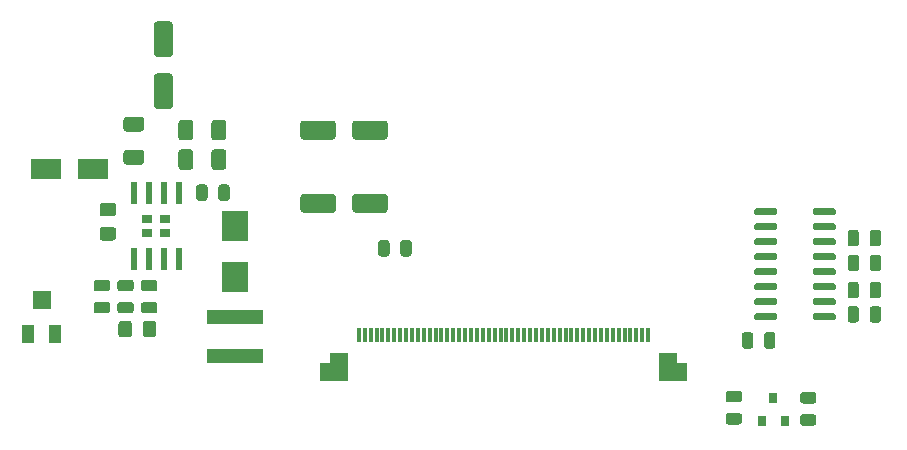
<source format=gtp>
G04 #@! TF.GenerationSoftware,KiCad,Pcbnew,5.1.8-5.1.8*
G04 #@! TF.CreationDate,2021-01-07T16:38:59+01:00*
G04 #@! TF.ProjectId,gpsdo-connector,67707364-6f2d-4636-9f6e-6e6563746f72,rev?*
G04 #@! TF.SameCoordinates,PX7ed6b40PY5742de0*
G04 #@! TF.FileFunction,Paste,Top*
G04 #@! TF.FilePolarity,Positive*
%FSLAX46Y46*%
G04 Gerber Fmt 4.6, Leading zero omitted, Abs format (unit mm)*
G04 Created by KiCad (PCBNEW 5.1.8-5.1.8) date 2021-01-07 16:38:59*
%MOMM*%
%LPD*%
G01*
G04 APERTURE LIST*
%ADD10R,2.500000X1.800000*%
%ADD11R,2.300000X2.500000*%
%ADD12R,2.400000X1.600000*%
%ADD13R,1.600000X2.400000*%
%ADD14R,0.300000X1.200000*%
%ADD15R,1.600000X1.600000*%
%ADD16R,1.100000X1.600000*%
%ADD17R,0.800000X0.900000*%
%ADD18R,0.930000X0.723000*%
%ADD19R,0.610000X1.910000*%
%ADD20R,4.700000X1.200000*%
G04 APERTURE END LIST*
G36*
G01*
X22850000Y-20256250D02*
X22850000Y-19343750D01*
G75*
G02*
X23093750Y-19100000I243750J0D01*
G01*
X23581250Y-19100000D01*
G75*
G02*
X23825000Y-19343750I0J-243750D01*
G01*
X23825000Y-20256250D01*
G75*
G02*
X23581250Y-20500000I-243750J0D01*
G01*
X23093750Y-20500000D01*
G75*
G02*
X22850000Y-20256250I0J243750D01*
G01*
G37*
G36*
G01*
X20975000Y-20256250D02*
X20975000Y-19343750D01*
G75*
G02*
X21218750Y-19100000I243750J0D01*
G01*
X21706250Y-19100000D01*
G75*
G02*
X21950000Y-19343750I0J-243750D01*
G01*
X21950000Y-20256250D01*
G75*
G02*
X21706250Y-20500000I-243750J0D01*
G01*
X21218750Y-20500000D01*
G75*
G02*
X20975000Y-20256250I0J243750D01*
G01*
G37*
D10*
X8250000Y-17750000D03*
X12250000Y-17750000D03*
G36*
G01*
X16325000Y-14625000D02*
X15075000Y-14625000D01*
G75*
G02*
X14825000Y-14375000I0J250000D01*
G01*
X14825000Y-13625000D01*
G75*
G02*
X15075000Y-13375000I250000J0D01*
G01*
X16325000Y-13375000D01*
G75*
G02*
X16575000Y-13625000I0J-250000D01*
G01*
X16575000Y-14375000D01*
G75*
G02*
X16325000Y-14625000I-250000J0D01*
G01*
G37*
G36*
G01*
X16325000Y-17425000D02*
X15075000Y-17425000D01*
G75*
G02*
X14825000Y-17175000I0J250000D01*
G01*
X14825000Y-16425000D01*
G75*
G02*
X15075000Y-16175000I250000J0D01*
G01*
X16325000Y-16175000D01*
G75*
G02*
X16575000Y-16425000I0J-250000D01*
G01*
X16575000Y-17175000D01*
G75*
G02*
X16325000Y-17425000I-250000J0D01*
G01*
G37*
G36*
G01*
X18750000Y-8300000D02*
X17650000Y-8300000D01*
G75*
G02*
X17400000Y-8050000I0J250000D01*
G01*
X17400000Y-5550000D01*
G75*
G02*
X17650000Y-5300000I250000J0D01*
G01*
X18750000Y-5300000D01*
G75*
G02*
X19000000Y-5550000I0J-250000D01*
G01*
X19000000Y-8050000D01*
G75*
G02*
X18750000Y-8300000I-250000J0D01*
G01*
G37*
G36*
G01*
X18750000Y-12700000D02*
X17650000Y-12700000D01*
G75*
G02*
X17400000Y-12450000I0J250000D01*
G01*
X17400000Y-9950000D01*
G75*
G02*
X17650000Y-9700000I250000J0D01*
G01*
X18750000Y-9700000D01*
G75*
G02*
X19000000Y-9950000I0J-250000D01*
G01*
X19000000Y-12450000D01*
G75*
G02*
X18750000Y-12700000I-250000J0D01*
G01*
G37*
D11*
X24250000Y-22600000D03*
X24250000Y-26900000D03*
G36*
G01*
X66956250Y-37550000D02*
X66043750Y-37550000D01*
G75*
G02*
X65800000Y-37306250I0J243750D01*
G01*
X65800000Y-36818750D01*
G75*
G02*
X66043750Y-36575000I243750J0D01*
G01*
X66956250Y-36575000D01*
G75*
G02*
X67200000Y-36818750I0J-243750D01*
G01*
X67200000Y-37306250D01*
G75*
G02*
X66956250Y-37550000I-243750J0D01*
G01*
G37*
G36*
G01*
X66956250Y-39425000D02*
X66043750Y-39425000D01*
G75*
G02*
X65800000Y-39181250I0J243750D01*
G01*
X65800000Y-38693750D01*
G75*
G02*
X66043750Y-38450000I243750J0D01*
G01*
X66956250Y-38450000D01*
G75*
G02*
X67200000Y-38693750I0J-243750D01*
G01*
X67200000Y-39181250D01*
G75*
G02*
X66956250Y-39425000I-243750J0D01*
G01*
G37*
D12*
X61350000Y-34950000D03*
X32650000Y-34950000D03*
D13*
X60950000Y-34550000D03*
X33050000Y-34550000D03*
D14*
X59250000Y-31850000D03*
X58750000Y-31850000D03*
X58250000Y-31850000D03*
X57750000Y-31850000D03*
X57250000Y-31850000D03*
X56750000Y-31850000D03*
X56250000Y-31850000D03*
X55750000Y-31850000D03*
X55250000Y-31850000D03*
X54750000Y-31850000D03*
X54250000Y-31850000D03*
X53750000Y-31850000D03*
X53250000Y-31850000D03*
X52750000Y-31850000D03*
X52250000Y-31850000D03*
X51750000Y-31850000D03*
X51250000Y-31850000D03*
X50750000Y-31850000D03*
X50250000Y-31850000D03*
X49750000Y-31850000D03*
X49250000Y-31850000D03*
X48750000Y-31850000D03*
X48250000Y-31850000D03*
X47750000Y-31850000D03*
X47250000Y-31850000D03*
X46750000Y-31850000D03*
X46250000Y-31850000D03*
X45750000Y-31850000D03*
X45250000Y-31850000D03*
X44750000Y-31850000D03*
X44250000Y-31850000D03*
X43750000Y-31850000D03*
X43250000Y-31850000D03*
X42750000Y-31850000D03*
X42250000Y-31850000D03*
X41750000Y-31850000D03*
X41250000Y-31850000D03*
X40750000Y-31850000D03*
X40250000Y-31850000D03*
X39750000Y-31850000D03*
X39250000Y-31850000D03*
X38750000Y-31850000D03*
X38250000Y-31850000D03*
X37750000Y-31850000D03*
X37250000Y-31850000D03*
X36750000Y-31850000D03*
X36250000Y-31850000D03*
X35750000Y-31850000D03*
X35250000Y-31850000D03*
X34750000Y-31850000D03*
G36*
G01*
X69050000Y-32756250D02*
X69050000Y-31843750D01*
G75*
G02*
X69293750Y-31600000I243750J0D01*
G01*
X69781250Y-31600000D01*
G75*
G02*
X70025000Y-31843750I0J-243750D01*
G01*
X70025000Y-32756250D01*
G75*
G02*
X69781250Y-33000000I-243750J0D01*
G01*
X69293750Y-33000000D01*
G75*
G02*
X69050000Y-32756250I0J243750D01*
G01*
G37*
G36*
G01*
X67175000Y-32756250D02*
X67175000Y-31843750D01*
G75*
G02*
X67418750Y-31600000I243750J0D01*
G01*
X67906250Y-31600000D01*
G75*
G02*
X68150000Y-31843750I0J-243750D01*
G01*
X68150000Y-32756250D01*
G75*
G02*
X67906250Y-33000000I-243750J0D01*
G01*
X67418750Y-33000000D01*
G75*
G02*
X67175000Y-32756250I0J243750D01*
G01*
G37*
D15*
X7900000Y-28900000D03*
D16*
X6750000Y-31800000D03*
X9050000Y-31800000D03*
D17*
X69850000Y-37150000D03*
X70800000Y-39150000D03*
X68900000Y-39150000D03*
G36*
G01*
X70180000Y-30145000D02*
X70180000Y-30445000D01*
G75*
G02*
X70030000Y-30595000I-150000J0D01*
G01*
X68380000Y-30595000D01*
G75*
G02*
X68230000Y-30445000I0J150000D01*
G01*
X68230000Y-30145000D01*
G75*
G02*
X68380000Y-29995000I150000J0D01*
G01*
X70030000Y-29995000D01*
G75*
G02*
X70180000Y-30145000I0J-150000D01*
G01*
G37*
G36*
G01*
X70180000Y-28875000D02*
X70180000Y-29175000D01*
G75*
G02*
X70030000Y-29325000I-150000J0D01*
G01*
X68380000Y-29325000D01*
G75*
G02*
X68230000Y-29175000I0J150000D01*
G01*
X68230000Y-28875000D01*
G75*
G02*
X68380000Y-28725000I150000J0D01*
G01*
X70030000Y-28725000D01*
G75*
G02*
X70180000Y-28875000I0J-150000D01*
G01*
G37*
G36*
G01*
X70180000Y-27605000D02*
X70180000Y-27905000D01*
G75*
G02*
X70030000Y-28055000I-150000J0D01*
G01*
X68380000Y-28055000D01*
G75*
G02*
X68230000Y-27905000I0J150000D01*
G01*
X68230000Y-27605000D01*
G75*
G02*
X68380000Y-27455000I150000J0D01*
G01*
X70030000Y-27455000D01*
G75*
G02*
X70180000Y-27605000I0J-150000D01*
G01*
G37*
G36*
G01*
X70180000Y-26335000D02*
X70180000Y-26635000D01*
G75*
G02*
X70030000Y-26785000I-150000J0D01*
G01*
X68380000Y-26785000D01*
G75*
G02*
X68230000Y-26635000I0J150000D01*
G01*
X68230000Y-26335000D01*
G75*
G02*
X68380000Y-26185000I150000J0D01*
G01*
X70030000Y-26185000D01*
G75*
G02*
X70180000Y-26335000I0J-150000D01*
G01*
G37*
G36*
G01*
X70180000Y-25065000D02*
X70180000Y-25365000D01*
G75*
G02*
X70030000Y-25515000I-150000J0D01*
G01*
X68380000Y-25515000D01*
G75*
G02*
X68230000Y-25365000I0J150000D01*
G01*
X68230000Y-25065000D01*
G75*
G02*
X68380000Y-24915000I150000J0D01*
G01*
X70030000Y-24915000D01*
G75*
G02*
X70180000Y-25065000I0J-150000D01*
G01*
G37*
G36*
G01*
X70180000Y-23795000D02*
X70180000Y-24095000D01*
G75*
G02*
X70030000Y-24245000I-150000J0D01*
G01*
X68380000Y-24245000D01*
G75*
G02*
X68230000Y-24095000I0J150000D01*
G01*
X68230000Y-23795000D01*
G75*
G02*
X68380000Y-23645000I150000J0D01*
G01*
X70030000Y-23645000D01*
G75*
G02*
X70180000Y-23795000I0J-150000D01*
G01*
G37*
G36*
G01*
X70180000Y-22525000D02*
X70180000Y-22825000D01*
G75*
G02*
X70030000Y-22975000I-150000J0D01*
G01*
X68380000Y-22975000D01*
G75*
G02*
X68230000Y-22825000I0J150000D01*
G01*
X68230000Y-22525000D01*
G75*
G02*
X68380000Y-22375000I150000J0D01*
G01*
X70030000Y-22375000D01*
G75*
G02*
X70180000Y-22525000I0J-150000D01*
G01*
G37*
G36*
G01*
X70180000Y-21255000D02*
X70180000Y-21555000D01*
G75*
G02*
X70030000Y-21705000I-150000J0D01*
G01*
X68380000Y-21705000D01*
G75*
G02*
X68230000Y-21555000I0J150000D01*
G01*
X68230000Y-21255000D01*
G75*
G02*
X68380000Y-21105000I150000J0D01*
G01*
X70030000Y-21105000D01*
G75*
G02*
X70180000Y-21255000I0J-150000D01*
G01*
G37*
G36*
G01*
X75130000Y-21255000D02*
X75130000Y-21555000D01*
G75*
G02*
X74980000Y-21705000I-150000J0D01*
G01*
X73330000Y-21705000D01*
G75*
G02*
X73180000Y-21555000I0J150000D01*
G01*
X73180000Y-21255000D01*
G75*
G02*
X73330000Y-21105000I150000J0D01*
G01*
X74980000Y-21105000D01*
G75*
G02*
X75130000Y-21255000I0J-150000D01*
G01*
G37*
G36*
G01*
X75130000Y-22525000D02*
X75130000Y-22825000D01*
G75*
G02*
X74980000Y-22975000I-150000J0D01*
G01*
X73330000Y-22975000D01*
G75*
G02*
X73180000Y-22825000I0J150000D01*
G01*
X73180000Y-22525000D01*
G75*
G02*
X73330000Y-22375000I150000J0D01*
G01*
X74980000Y-22375000D01*
G75*
G02*
X75130000Y-22525000I0J-150000D01*
G01*
G37*
G36*
G01*
X75130000Y-23795000D02*
X75130000Y-24095000D01*
G75*
G02*
X74980000Y-24245000I-150000J0D01*
G01*
X73330000Y-24245000D01*
G75*
G02*
X73180000Y-24095000I0J150000D01*
G01*
X73180000Y-23795000D01*
G75*
G02*
X73330000Y-23645000I150000J0D01*
G01*
X74980000Y-23645000D01*
G75*
G02*
X75130000Y-23795000I0J-150000D01*
G01*
G37*
G36*
G01*
X75130000Y-25065000D02*
X75130000Y-25365000D01*
G75*
G02*
X74980000Y-25515000I-150000J0D01*
G01*
X73330000Y-25515000D01*
G75*
G02*
X73180000Y-25365000I0J150000D01*
G01*
X73180000Y-25065000D01*
G75*
G02*
X73330000Y-24915000I150000J0D01*
G01*
X74980000Y-24915000D01*
G75*
G02*
X75130000Y-25065000I0J-150000D01*
G01*
G37*
G36*
G01*
X75130000Y-26335000D02*
X75130000Y-26635000D01*
G75*
G02*
X74980000Y-26785000I-150000J0D01*
G01*
X73330000Y-26785000D01*
G75*
G02*
X73180000Y-26635000I0J150000D01*
G01*
X73180000Y-26335000D01*
G75*
G02*
X73330000Y-26185000I150000J0D01*
G01*
X74980000Y-26185000D01*
G75*
G02*
X75130000Y-26335000I0J-150000D01*
G01*
G37*
G36*
G01*
X75130000Y-27605000D02*
X75130000Y-27905000D01*
G75*
G02*
X74980000Y-28055000I-150000J0D01*
G01*
X73330000Y-28055000D01*
G75*
G02*
X73180000Y-27905000I0J150000D01*
G01*
X73180000Y-27605000D01*
G75*
G02*
X73330000Y-27455000I150000J0D01*
G01*
X74980000Y-27455000D01*
G75*
G02*
X75130000Y-27605000I0J-150000D01*
G01*
G37*
G36*
G01*
X75130000Y-28875000D02*
X75130000Y-29175000D01*
G75*
G02*
X74980000Y-29325000I-150000J0D01*
G01*
X73330000Y-29325000D01*
G75*
G02*
X73180000Y-29175000I0J150000D01*
G01*
X73180000Y-28875000D01*
G75*
G02*
X73330000Y-28725000I150000J0D01*
G01*
X74980000Y-28725000D01*
G75*
G02*
X75130000Y-28875000I0J-150000D01*
G01*
G37*
G36*
G01*
X75130000Y-30145000D02*
X75130000Y-30445000D01*
G75*
G02*
X74980000Y-30595000I-150000J0D01*
G01*
X73330000Y-30595000D01*
G75*
G02*
X73180000Y-30445000I0J150000D01*
G01*
X73180000Y-30145000D01*
G75*
G02*
X73330000Y-29995000I150000J0D01*
G01*
X74980000Y-29995000D01*
G75*
G02*
X75130000Y-30145000I0J-150000D01*
G01*
G37*
G36*
G01*
X78000000Y-24106250D02*
X78000000Y-23193750D01*
G75*
G02*
X78243750Y-22950000I243750J0D01*
G01*
X78731250Y-22950000D01*
G75*
G02*
X78975000Y-23193750I0J-243750D01*
G01*
X78975000Y-24106250D01*
G75*
G02*
X78731250Y-24350000I-243750J0D01*
G01*
X78243750Y-24350000D01*
G75*
G02*
X78000000Y-24106250I0J243750D01*
G01*
G37*
G36*
G01*
X76125000Y-24106250D02*
X76125000Y-23193750D01*
G75*
G02*
X76368750Y-22950000I243750J0D01*
G01*
X76856250Y-22950000D01*
G75*
G02*
X77100000Y-23193750I0J-243750D01*
G01*
X77100000Y-24106250D01*
G75*
G02*
X76856250Y-24350000I-243750J0D01*
G01*
X76368750Y-24350000D01*
G75*
G02*
X76125000Y-24106250I0J243750D01*
G01*
G37*
G36*
G01*
X78000000Y-28506250D02*
X78000000Y-27593750D01*
G75*
G02*
X78243750Y-27350000I243750J0D01*
G01*
X78731250Y-27350000D01*
G75*
G02*
X78975000Y-27593750I0J-243750D01*
G01*
X78975000Y-28506250D01*
G75*
G02*
X78731250Y-28750000I-243750J0D01*
G01*
X78243750Y-28750000D01*
G75*
G02*
X78000000Y-28506250I0J243750D01*
G01*
G37*
G36*
G01*
X76125000Y-28506250D02*
X76125000Y-27593750D01*
G75*
G02*
X76368750Y-27350000I243750J0D01*
G01*
X76856250Y-27350000D01*
G75*
G02*
X77100000Y-27593750I0J-243750D01*
G01*
X77100000Y-28506250D01*
G75*
G02*
X76856250Y-28750000I-243750J0D01*
G01*
X76368750Y-28750000D01*
G75*
G02*
X76125000Y-28506250I0J243750D01*
G01*
G37*
G36*
G01*
X77100000Y-25293750D02*
X77100000Y-26206250D01*
G75*
G02*
X76856250Y-26450000I-243750J0D01*
G01*
X76368750Y-26450000D01*
G75*
G02*
X76125000Y-26206250I0J243750D01*
G01*
X76125000Y-25293750D01*
G75*
G02*
X76368750Y-25050000I243750J0D01*
G01*
X76856250Y-25050000D01*
G75*
G02*
X77100000Y-25293750I0J-243750D01*
G01*
G37*
G36*
G01*
X78975000Y-25293750D02*
X78975000Y-26206250D01*
G75*
G02*
X78731250Y-26450000I-243750J0D01*
G01*
X78243750Y-26450000D01*
G75*
G02*
X78000000Y-26206250I0J243750D01*
G01*
X78000000Y-25293750D01*
G75*
G02*
X78243750Y-25050000I243750J0D01*
G01*
X78731250Y-25050000D01*
G75*
G02*
X78975000Y-25293750I0J-243750D01*
G01*
G37*
G36*
G01*
X78000000Y-30556250D02*
X78000000Y-29643750D01*
G75*
G02*
X78243750Y-29400000I243750J0D01*
G01*
X78731250Y-29400000D01*
G75*
G02*
X78975000Y-29643750I0J-243750D01*
G01*
X78975000Y-30556250D01*
G75*
G02*
X78731250Y-30800000I-243750J0D01*
G01*
X78243750Y-30800000D01*
G75*
G02*
X78000000Y-30556250I0J243750D01*
G01*
G37*
G36*
G01*
X76125000Y-30556250D02*
X76125000Y-29643750D01*
G75*
G02*
X76368750Y-29400000I243750J0D01*
G01*
X76856250Y-29400000D01*
G75*
G02*
X77100000Y-29643750I0J-243750D01*
G01*
X77100000Y-30556250D01*
G75*
G02*
X76856250Y-30800000I-243750J0D01*
G01*
X76368750Y-30800000D01*
G75*
G02*
X76125000Y-30556250I0J243750D01*
G01*
G37*
G36*
G01*
X72343750Y-38550001D02*
X73256250Y-38550001D01*
G75*
G02*
X73500000Y-38793751I0J-243750D01*
G01*
X73500000Y-39281251D01*
G75*
G02*
X73256250Y-39525001I-243750J0D01*
G01*
X72343750Y-39525001D01*
G75*
G02*
X72100000Y-39281251I0J243750D01*
G01*
X72100000Y-38793751D01*
G75*
G02*
X72343750Y-38550001I243750J0D01*
G01*
G37*
G36*
G01*
X72343750Y-36675001D02*
X73256250Y-36675001D01*
G75*
G02*
X73500000Y-36918751I0J-243750D01*
G01*
X73500000Y-37406251D01*
G75*
G02*
X73256250Y-37650001I-243750J0D01*
G01*
X72343750Y-37650001D01*
G75*
G02*
X72100000Y-37406251I0J243750D01*
G01*
X72100000Y-36918751D01*
G75*
G02*
X72343750Y-36675001I243750J0D01*
G01*
G37*
G36*
G01*
X12543750Y-29050000D02*
X13456250Y-29050000D01*
G75*
G02*
X13700000Y-29293750I0J-243750D01*
G01*
X13700000Y-29781250D01*
G75*
G02*
X13456250Y-30025000I-243750J0D01*
G01*
X12543750Y-30025000D01*
G75*
G02*
X12300000Y-29781250I0J243750D01*
G01*
X12300000Y-29293750D01*
G75*
G02*
X12543750Y-29050000I243750J0D01*
G01*
G37*
G36*
G01*
X12543750Y-27175000D02*
X13456250Y-27175000D01*
G75*
G02*
X13700000Y-27418750I0J-243750D01*
G01*
X13700000Y-27906250D01*
G75*
G02*
X13456250Y-28150000I-243750J0D01*
G01*
X12543750Y-28150000D01*
G75*
G02*
X12300000Y-27906250I0J243750D01*
G01*
X12300000Y-27418750D01*
G75*
G02*
X12543750Y-27175000I243750J0D01*
G01*
G37*
G36*
G01*
X14543750Y-29050000D02*
X15456250Y-29050000D01*
G75*
G02*
X15700000Y-29293750I0J-243750D01*
G01*
X15700000Y-29781250D01*
G75*
G02*
X15456250Y-30025000I-243750J0D01*
G01*
X14543750Y-30025000D01*
G75*
G02*
X14300000Y-29781250I0J243750D01*
G01*
X14300000Y-29293750D01*
G75*
G02*
X14543750Y-29050000I243750J0D01*
G01*
G37*
G36*
G01*
X14543750Y-27175000D02*
X15456250Y-27175000D01*
G75*
G02*
X15700000Y-27418750I0J-243750D01*
G01*
X15700000Y-27906250D01*
G75*
G02*
X15456250Y-28150000I-243750J0D01*
G01*
X14543750Y-28150000D01*
G75*
G02*
X14300000Y-27906250I0J243750D01*
G01*
X14300000Y-27418750D01*
G75*
G02*
X14543750Y-27175000I243750J0D01*
G01*
G37*
D18*
X18375000Y-21997500D03*
X16825000Y-21997500D03*
X18375000Y-23202500D03*
X16825000Y-23202500D03*
D19*
X19505000Y-25380000D03*
X18235000Y-25380000D03*
X16965000Y-25380000D03*
X15695000Y-25380000D03*
X15695000Y-19820000D03*
X16965000Y-19820000D03*
X18235000Y-19820000D03*
X19505000Y-19820000D03*
G36*
G01*
X16450000Y-31800001D02*
X16450000Y-30899999D01*
G75*
G02*
X16699999Y-30650000I249999J0D01*
G01*
X17350001Y-30650000D01*
G75*
G02*
X17600000Y-30899999I0J-249999D01*
G01*
X17600000Y-31800001D01*
G75*
G02*
X17350001Y-32050000I-249999J0D01*
G01*
X16699999Y-32050000D01*
G75*
G02*
X16450000Y-31800001I0J249999D01*
G01*
G37*
G36*
G01*
X14400000Y-31800001D02*
X14400000Y-30899999D01*
G75*
G02*
X14649999Y-30650000I249999J0D01*
G01*
X15300001Y-30650000D01*
G75*
G02*
X15550000Y-30899999I0J-249999D01*
G01*
X15550000Y-31800001D01*
G75*
G02*
X15300001Y-32050000I-249999J0D01*
G01*
X14649999Y-32050000D01*
G75*
G02*
X14400000Y-31800001I0J249999D01*
G01*
G37*
G36*
G01*
X13049999Y-22700000D02*
X13950001Y-22700000D01*
G75*
G02*
X14200000Y-22949999I0J-249999D01*
G01*
X14200000Y-23600001D01*
G75*
G02*
X13950001Y-23850000I-249999J0D01*
G01*
X13049999Y-23850000D01*
G75*
G02*
X12800000Y-23600001I0J249999D01*
G01*
X12800000Y-22949999D01*
G75*
G02*
X13049999Y-22700000I249999J0D01*
G01*
G37*
G36*
G01*
X13049999Y-20650000D02*
X13950001Y-20650000D01*
G75*
G02*
X14200000Y-20899999I0J-249999D01*
G01*
X14200000Y-21550001D01*
G75*
G02*
X13950001Y-21800000I-249999J0D01*
G01*
X13049999Y-21800000D01*
G75*
G02*
X12800000Y-21550001I0J249999D01*
G01*
X12800000Y-20899999D01*
G75*
G02*
X13049999Y-20650000I249999J0D01*
G01*
G37*
D20*
X24250000Y-33655000D03*
X24250000Y-30345000D03*
G36*
G01*
X16543750Y-29050000D02*
X17456250Y-29050000D01*
G75*
G02*
X17700000Y-29293750I0J-243750D01*
G01*
X17700000Y-29781250D01*
G75*
G02*
X17456250Y-30025000I-243750J0D01*
G01*
X16543750Y-30025000D01*
G75*
G02*
X16300000Y-29781250I0J243750D01*
G01*
X16300000Y-29293750D01*
G75*
G02*
X16543750Y-29050000I243750J0D01*
G01*
G37*
G36*
G01*
X16543750Y-27175000D02*
X17456250Y-27175000D01*
G75*
G02*
X17700000Y-27418750I0J-243750D01*
G01*
X17700000Y-27906250D01*
G75*
G02*
X17456250Y-28150000I-243750J0D01*
G01*
X16543750Y-28150000D01*
G75*
G02*
X16300000Y-27906250I0J243750D01*
G01*
X16300000Y-27418750D01*
G75*
G02*
X16543750Y-27175000I243750J0D01*
G01*
G37*
G36*
G01*
X38250000Y-24956250D02*
X38250000Y-24043750D01*
G75*
G02*
X38493750Y-23800000I243750J0D01*
G01*
X38981250Y-23800000D01*
G75*
G02*
X39225000Y-24043750I0J-243750D01*
G01*
X39225000Y-24956250D01*
G75*
G02*
X38981250Y-25200000I-243750J0D01*
G01*
X38493750Y-25200000D01*
G75*
G02*
X38250000Y-24956250I0J243750D01*
G01*
G37*
G36*
G01*
X36375000Y-24956250D02*
X36375000Y-24043750D01*
G75*
G02*
X36618750Y-23800000I243750J0D01*
G01*
X37106250Y-23800000D01*
G75*
G02*
X37350000Y-24043750I0J-243750D01*
G01*
X37350000Y-24956250D01*
G75*
G02*
X37106250Y-25200000I-243750J0D01*
G01*
X36618750Y-25200000D01*
G75*
G02*
X36375000Y-24956250I0J243750D01*
G01*
G37*
G36*
G01*
X32800000Y-20150000D02*
X32800000Y-21250000D01*
G75*
G02*
X32550000Y-21500000I-250000J0D01*
G01*
X30050000Y-21500000D01*
G75*
G02*
X29800000Y-21250000I0J250000D01*
G01*
X29800000Y-20150000D01*
G75*
G02*
X30050000Y-19900000I250000J0D01*
G01*
X32550000Y-19900000D01*
G75*
G02*
X32800000Y-20150000I0J-250000D01*
G01*
G37*
G36*
G01*
X37200000Y-20150000D02*
X37200000Y-21250000D01*
G75*
G02*
X36950000Y-21500000I-250000J0D01*
G01*
X34450000Y-21500000D01*
G75*
G02*
X34200000Y-21250000I0J250000D01*
G01*
X34200000Y-20150000D01*
G75*
G02*
X34450000Y-19900000I250000J0D01*
G01*
X36950000Y-19900000D01*
G75*
G02*
X37200000Y-20150000I0J-250000D01*
G01*
G37*
G36*
G01*
X32800000Y-13950000D02*
X32800000Y-15050000D01*
G75*
G02*
X32550000Y-15300000I-250000J0D01*
G01*
X30050000Y-15300000D01*
G75*
G02*
X29800000Y-15050000I0J250000D01*
G01*
X29800000Y-13950000D01*
G75*
G02*
X30050000Y-13700000I250000J0D01*
G01*
X32550000Y-13700000D01*
G75*
G02*
X32800000Y-13950000I0J-250000D01*
G01*
G37*
G36*
G01*
X37200000Y-13950000D02*
X37200000Y-15050000D01*
G75*
G02*
X36950000Y-15300000I-250000J0D01*
G01*
X34450000Y-15300000D01*
G75*
G02*
X34200000Y-15050000I0J250000D01*
G01*
X34200000Y-13950000D01*
G75*
G02*
X34450000Y-13700000I250000J0D01*
G01*
X36950000Y-13700000D01*
G75*
G02*
X37200000Y-13950000I0J-250000D01*
G01*
G37*
G36*
G01*
X19475000Y-15125000D02*
X19475000Y-13875000D01*
G75*
G02*
X19725000Y-13625000I250000J0D01*
G01*
X20475000Y-13625000D01*
G75*
G02*
X20725000Y-13875000I0J-250000D01*
G01*
X20725000Y-15125000D01*
G75*
G02*
X20475000Y-15375000I-250000J0D01*
G01*
X19725000Y-15375000D01*
G75*
G02*
X19475000Y-15125000I0J250000D01*
G01*
G37*
G36*
G01*
X22275000Y-15125000D02*
X22275000Y-13875000D01*
G75*
G02*
X22525000Y-13625000I250000J0D01*
G01*
X23275000Y-13625000D01*
G75*
G02*
X23525000Y-13875000I0J-250000D01*
G01*
X23525000Y-15125000D01*
G75*
G02*
X23275000Y-15375000I-250000J0D01*
G01*
X22525000Y-15375000D01*
G75*
G02*
X22275000Y-15125000I0J250000D01*
G01*
G37*
G36*
G01*
X19475000Y-17625000D02*
X19475000Y-16375000D01*
G75*
G02*
X19725000Y-16125000I250000J0D01*
G01*
X20475000Y-16125000D01*
G75*
G02*
X20725000Y-16375000I0J-250000D01*
G01*
X20725000Y-17625000D01*
G75*
G02*
X20475000Y-17875000I-250000J0D01*
G01*
X19725000Y-17875000D01*
G75*
G02*
X19475000Y-17625000I0J250000D01*
G01*
G37*
G36*
G01*
X22275000Y-17625000D02*
X22275000Y-16375000D01*
G75*
G02*
X22525000Y-16125000I250000J0D01*
G01*
X23275000Y-16125000D01*
G75*
G02*
X23525000Y-16375000I0J-250000D01*
G01*
X23525000Y-17625000D01*
G75*
G02*
X23275000Y-17875000I-250000J0D01*
G01*
X22525000Y-17875000D01*
G75*
G02*
X22275000Y-17625000I0J250000D01*
G01*
G37*
M02*

</source>
